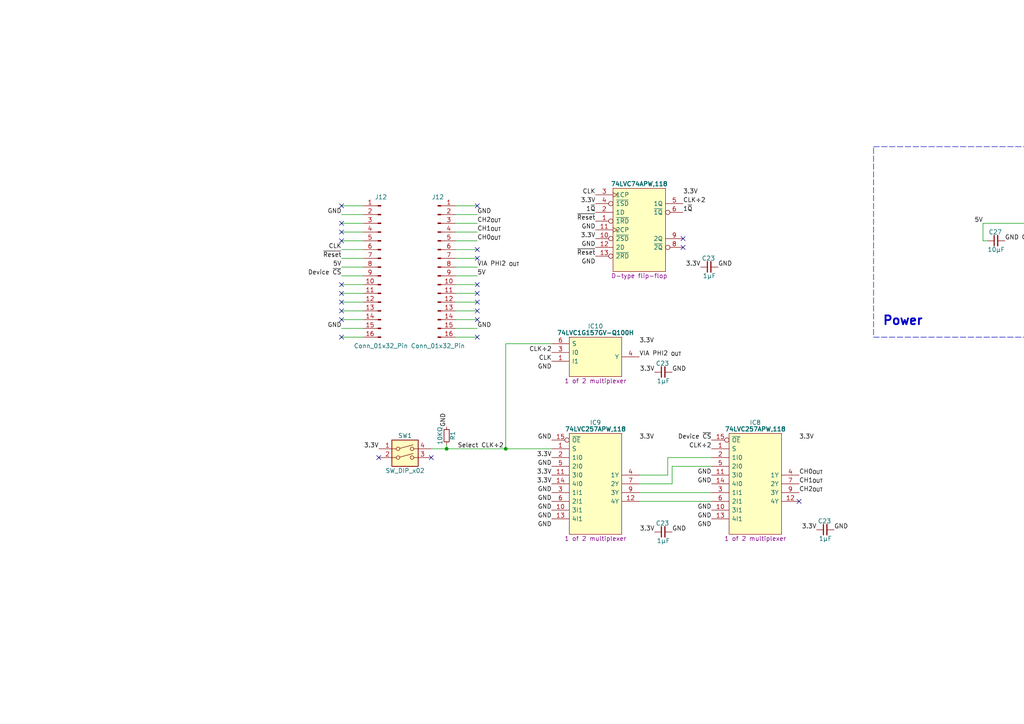
<source format=kicad_sch>
(kicad_sch (version 20230121) (generator eeschema)
  (paper "A4")
  (lib_symbols
    (symbol "C_0805_5" (pin_numbers hide) (pin_names (offset 0.254) hide)
      (property "Reference" "C" (at 2.286 2.54 0))
      (property "Value" "?μF" (at 2.54 -2.54 0))
      (symbol "C_0805_5_0_1"
        (polyline (pts (xy 1.9685 -1.4605) (xy 1.9685 1.5875)) (stroke (width 0.3048)))
        (polyline (pts (xy 2.9845 -1.4605) (xy 2.9845 1.5875)) (stroke (width 0.3302)))
      )
      (symbol "C_0805_5_1_1"
        (pin passive line (at 0 0 0) (length 2.032) (name "~") (number "1"))
        (pin passive line (at 5.08 0 180) (length 2.032) (name "~") (number "2"))
      )
    )
    (symbol "Connector:Conn_01x16_Pin" (pin_names (offset 1.016) hide)
      (property "Reference" "J" (at 0 20.32 0))
      (property "Value" "Conn_01x16_Pin" (at 0 -22.86 0))
      (symbol "Conn_01x16_Pin_1_1"
        (polyline (pts (xy 1.27 -20.32) (xy 0.8636 -20.32)) (stroke (width 0.1524)))
        (polyline (pts (xy 1.27 -17.78) (xy 0.8636 -17.78)) (stroke (width 0.1524)))
        (polyline (pts (xy 1.27 -15.24) (xy 0.8636 -15.24)) (stroke (width 0.1524)))
        (polyline (pts (xy 1.27 -12.7) (xy 0.8636 -12.7)) (stroke (width 0.1524)))
        (polyline (pts (xy 1.27 -10.16) (xy 0.8636 -10.16)) (stroke (width 0.1524)))
        (polyline (pts (xy 1.27 -7.62) (xy 0.8636 -7.62)) (stroke (width 0.1524)))
        (polyline (pts (xy 1.27 -5.08) (xy 0.8636 -5.08)) (stroke (width 0.1524)))
        (polyline (pts (xy 1.27 -2.54) (xy 0.8636 -2.54)) (stroke (width 0.1524)))
        (polyline (pts (xy 1.27 0) (xy 0.8636 0)) (stroke (width 0.1524)))
        (polyline (pts (xy 1.27 2.54) (xy 0.8636 2.54)) (stroke (width 0.1524)))
        (polyline (pts (xy 1.27 5.08) (xy 0.8636 5.08)) (stroke (width 0.1524)))
        (polyline (pts (xy 1.27 7.62) (xy 0.8636 7.62)) (stroke (width 0.1524)))
        (polyline (pts (xy 1.27 10.16) (xy 0.8636 10.16)) (stroke (width 0.1524)))
        (polyline (pts (xy 1.27 12.7) (xy 0.8636 12.7)) (stroke (width 0.1524)))
        (polyline (pts (xy 1.27 15.24) (xy 0.8636 15.24)) (stroke (width 0.1524)))
        (polyline (pts (xy 1.27 17.78) (xy 0.8636 17.78)) (stroke (width 0.1524)))
        (rectangle (start 0.8636 -20.193) (end 0 -20.447) (stroke (width 0.1524)) (fill (type outline)))
        (rectangle (start 0.8636 -17.653) (end 0 -17.907) (stroke (width 0.1524)) (fill (type outline)))
        (rectangle (start 0.8636 -15.113) (end 0 -15.367) (stroke (width 0.1524)) (fill (type outline)))
        (rectangle (start 0.8636 -12.573) (end 0 -12.827) (stroke (width 0.1524)) (fill (type outline)))
        (rectangle (start 0.8636 -10.033) (end 0 -10.287) (stroke (width 0.1524)) (fill (type outline)))
        (rectangle (start 0.8636 -7.493) (end 0 -7.747) (stroke (width 0.1524)) (fill (type outline)))
        (rectangle (start 0.8636 -4.953) (end 0 -5.207) (stroke (width 0.1524)) (fill (type outline)))
        (rectangle (start 0.8636 -2.413) (end 0 -2.667) (stroke (width 0.1524)) (fill (type outline)))
        (rectangle (start 0.8636 0.127) (end 0 -0.127) (stroke (width 0.1524)) (fill (type outline)))
        (rectangle (start 0.8636 2.667) (end 0 2.413) (stroke (width 0.1524)) (fill (type outline)))
        (rectangle (start 0.8636 5.207) (end 0 4.953) (stroke (width 0.1524)) (fill (type outline)))
        (rectangle (start 0.8636 7.747) (end 0 7.493) (stroke (width 0.1524)) (fill (type outline)))
        (rectangle (start 0.8636 10.287) (end 0 10.033) (stroke (width 0.1524)) (fill (type outline)))
        (rectangle (start 0.8636 12.827) (end 0 12.573) (stroke (width 0.1524)) (fill (type outline)))
        (rectangle (start 0.8636 15.367) (end 0 15.113) (stroke (width 0.1524)) (fill (type outline)))
        (rectangle (start 0.8636 17.907) (end 0 17.653) (stroke (width 0.1524)) (fill (type outline)))
        (pin passive line (at 5.08 17.78 180) (length 3.81) (name "Pin_1") (number "1"))
        (pin passive line (at 5.08 -5.08 180) (length 3.81) (name "Pin_10") (number "10"))
        (pin passive line (at 5.08 -7.62 180) (length 3.81) (name "Pin_11") (number "11"))
        (pin passive line (at 5.08 -10.16 180) (length 3.81) (name "Pin_12") (number "12"))
        (pin passive line (at 5.08 -12.7 180) (length 3.81) (name "Pin_13") (number "13"))
        (pin passive line (at 5.08 -15.24 180) (length 3.81) (name "Pin_14") (number "14"))
        (pin passive line (at 5.08 -17.78 180) (length 3.81) (name "Pin_15") (number "15"))
        (pin passive line (at 5.08 -20.32 180) (length 3.81) (name "Pin_16") (number "16"))
        (pin passive line (at 5.08 15.24 180) (length 3.81) (name "Pin_2") (number "2"))
        (pin passive line (at 5.08 12.7 180) (length 3.81) (name "Pin_3") (number "3"))
        (pin passive line (at 5.08 10.16 180) (length 3.81) (name "Pin_4") (number "4"))
        (pin passive line (at 5.08 7.62 180) (length 3.81) (name "Pin_5") (number "5"))
        (pin passive line (at 5.08 5.08 180) (length 3.81) (name "Pin_6") (number "6"))
        (pin passive line (at 5.08 2.54 180) (length 3.81) (name "Pin_7") (number "7"))
        (pin passive line (at 5.08 0 180) (length 3.81) (name "Pin_8") (number "8"))
        (pin passive line (at 5.08 -2.54 180) (length 3.81) (name "Pin_9") (number "9"))
      )
    )
    (symbol "Diodes_Inc:AP7365-33WG-7" (pin_names (offset 0.762))
      (property "Reference" "IC" (at 12.7 5.08 0))
      (property "Value" "AP7365-33WG-7" (at 12.7 3.175 0))
      (property "Description" "3.3V LDO voltage regulator" (at 12.7 -8.255 0))
      (symbol "AP7365-33WG-7_0_0"
        (pin passive line (at 0 0 0) (length 5.08) (name "VIN") (number "1"))
        (pin passive line (at 0 -5.08 0) (length 5.08) (name "GND") (number "2"))
        (pin input line (at 0 -2.54 0) (length 5.08) (name "EN") (number "3"))
        (pin passive line (at 25.4 -5.08 180) (length 5.08) (name "ADJ") (number "4"))
        (pin passive line (at 25.4 0 180) (length 5.08) (name "VOUT") (number "5"))
      )
      (symbol "AP7365-33WG-7_0_1"
        (polyline (pts (xy 5.08 1.905) (xy 20.32 1.905) (xy 20.32 -6.985) (xy 5.08 -6.985) (xy 5.08 1.905)) (fill (type background)))
      )
    )
    (symbol "HCP65:C_0805" (pin_numbers hide) (pin_names (offset 0.254) hide)
      (property "Reference" "C" (at 2.286 2.54 0))
      (property "Value" "?μF" (at 2.54 -2.54 0))
      (symbol "C_0805_0_1"
        (polyline (pts (xy 1.9685 -1.4605) (xy 1.9685 1.5875)) (stroke (width 0.3048)))
        (polyline (pts (xy 2.9845 -1.4605) (xy 2.9845 1.5875)) (stroke (width 0.3302)))
      )
      (symbol "C_0805_1_1"
        (pin passive line (at 0 0 0) (length 2.032) (name "~") (number "1"))
        (pin passive line (at 5.08 0 180) (length 2.032) (name "~") (number "2"))
      )
    )
    (symbol "HCP65:R_0805" (pin_numbers hide) (pin_names hide)
      (property "Reference" "R" (at 2.54 1.778 0))
      (property "Value" "?Ω" (at 2.54 -1.905 0))
      (symbol "R_0805_0_1"
        (rectangle (start 0.762 0.762) (end 4.318 -0.762) (stroke (width 0.2032)))
      )
      (symbol "R_0805_1_1"
        (pin passive line (at 0 0 0) (length 0.72) (name "~") (number "1"))
        (pin passive line (at 5.08 0 180) (length 0.72) (name "~") (number "2"))
      )
    )
    (symbol "Nexperia:74LVC1G157GV-Q100H" (pin_names (offset 0.762))
      (property "Reference" "IC" (at 12.7 5.08 0))
      (property "Value" "74LVC1G157GV-Q100H" (at 12.7 3.175 0))
      (property "Description" "1 of 2 multiplexer" (at 12.7 -10.795 0))
      (symbol "74LVC1G157GV-Q100H_0_0"
        (pin input line (at 0 -5.08 0) (length 5.08) (name "I1") (number "1"))
        (pin passive line (at 0 -7.62 0) (length 5.08) hide (name "GND") (number "2"))
        (pin input line (at 0 -2.54 0) (length 5.08) (name "I0") (number "3"))
        (pin output line (at 25.4 -3.81 180) (length 5.08) (name "Y") (number "4"))
        (pin input line (at 0 0 0) (length 5.08) (name "S") (number "6"))
      )
      (symbol "74LVC1G157GV-Q100H_0_1"
        (polyline (pts (xy 5.08 1.905) (xy 20.32 1.905) (xy 20.32 -9.525) (xy 5.08 -9.525) (xy 5.08 1.905)) (stroke (width 0.1524)) (fill (type background)))
      )
      (symbol "74LVC1G157GV-Q100H_1_0"
        (pin passive line (at 25.4 0 180) (length 5.08) hide (name "3V") (number "5"))
      )
    )
    (symbol "Nexperia:74LVC257APW,118" (pin_names (offset 0.762))
      (property "Reference" "IC" (at 12.7 5.08 0))
      (property "Value" "74LVC257APW,118" (at 12.7 3.175 0))
      (property "Description" "1 of 2 multiplexer" (at 12.7 -28.575 0))
      (symbol "74LVC257APW,118_0_0"
        (pin input line (at 0 -2.54 0) (length 5.08) (name "S") (number "1"))
        (pin input line (at 0 -20.32 0) (length 5.08) (name "3I1") (number "10"))
        (pin input line (at 0 -10.16 0) (length 5.08) (name "3I0") (number "11"))
        (pin output line (at 25.4 -17.78 180) (length 5.08) (name "4Y") (number "12"))
        (pin input line (at 0 -22.86 0) (length 5.08) (name "4I1") (number "13"))
        (pin input line (at 0 -12.7 0) (length 5.08) (name "4I0") (number "14"))
        (pin passive line (at 25.4 0 180) (length 5.08) hide (name "3V") (number "16"))
        (pin input line (at 0 -5.08 0) (length 5.08) (name "1I0") (number "2"))
        (pin input line (at 0 -15.24 0) (length 5.08) (name "1I1") (number "3"))
        (pin output line (at 25.4 -10.16 180) (length 5.08) (name "1Y") (number "4"))
        (pin input line (at 0 -7.62 0) (length 5.08) (name "2I0") (number "5"))
        (pin input line (at 0 -17.78 0) (length 5.08) (name "2I1") (number "6"))
        (pin output line (at 25.4 -12.7 180) (length 5.08) (name "2Y") (number "7"))
        (pin passive line (at 0 -25.4 0) (length 5.08) hide (name "GND") (number "8"))
        (pin output line (at 25.4 -15.24 180) (length 5.08) (name "3Y") (number "9"))
      )
      (symbol "74LVC257APW,118_0_1"
        (polyline (pts (xy 5.08 1.905) (xy 20.32 1.905) (xy 20.32 -27.305) (xy 5.08 -27.305) (xy 5.08 1.905)) (stroke (width 0.1524)) (fill (type background)))
      )
      (symbol "74LVC257APW,118_1_0"
        (pin input inverted (at 0 0 0) (length 5.08) (name "~{OE}") (number "15"))
      )
    )
    (symbol "Nexperia:74LVC74APW,118" (pin_names (offset 0.762))
      (property "Reference" "IC" (at 12.065 5.08 0))
      (property "Value" "74LVC74APW,118" (at 12.7 3.175 0))
      (property "Description" "D-type flip-flop" (at 12.7 -23.495 0))
      (symbol "74LVC74APW,118_0_0"
        (pin input inverted (at 0 -7.62 0) (length 5.08) (name "~{1RD}") (number "1"))
        (pin input inverted (at 0 -12.7 0) (length 5.08) (name "~{2SD}") (number "10"))
        (pin input clock (at 0 -10.16 0) (length 5.08) (name "2CP") (number "11"))
        (pin input line (at 0 -15.24 0) (length 5.08) (name "2D") (number "12"))
        (pin input inverted (at 0 -17.78 0) (length 5.08) (name "~{2RD}") (number "13"))
        (pin passive line (at 25.4 0 180) (length 5.08) hide (name "3V") (number "14"))
        (pin input line (at 0 -5.08 0) (length 5.08) (name "1D") (number "2"))
        (pin input clock (at 0 0 0) (length 5.08) (name "1CP") (number "3"))
        (pin input inverted (at 0 -2.54 0) (length 5.08) (name "~{1SD}") (number "4"))
        (pin output line (at 25.4 -2.54 180) (length 5.08) (name "1Q") (number "5"))
        (pin output inverted (at 25.4 -5.08 180) (length 5.08) (name "~{1Q}") (number "6"))
        (pin passive line (at 0 -20.32 0) (length 5.08) hide (name "GND") (number "7"))
        (pin output inverted (at 25.4 -15.24 180) (length 5.08) (name "~{2Q}") (number "8"))
        (pin output line (at 25.4 -12.7 180) (length 5.08) (name "2Q") (number "9"))
      )
      (symbol "74LVC74APW,118_0_1"
        (polyline (pts (xy 5.08 1.905) (xy 20.32 1.905) (xy 20.32 -22.225) (xy 5.08 -22.225) (xy 5.08 1.905)) (stroke (width 0.1524)) (fill (type background)))
      )
    )
    (symbol "Switch:SW_DIP_x02" (pin_names (offset 0) hide)
      (property "Reference" "SW" (at 0 6.35 0))
      (property "Value" "SW_DIP_x02" (at 0 -3.81 0))
      (symbol "SW_DIP_x02_0_0"
        (circle (center -2.032 0) (radius 0.508))
        (circle (center -2.032 2.54) (radius 0.508))
        (polyline (pts (xy -1.524 0.127) (xy 2.3622 1.1684)))
        (polyline (pts (xy -1.524 2.667) (xy 2.3622 3.7084)))
        (circle (center 2.032 0) (radius 0.508))
        (circle (center 2.032 2.54) (radius 0.508))
      )
      (symbol "SW_DIP_x02_0_1"
        (rectangle (start -3.81 5.08) (end 3.81 -2.54) (stroke (width 0.254)) (fill (type background)))
      )
      (symbol "SW_DIP_x02_1_1"
        (pin passive line (at -7.62 2.54 0) (length 5.08) (name "~") (number "1"))
        (pin passive line (at -7.62 0 0) (length 5.08) (name "~") (number "2"))
        (pin passive line (at 7.62 0 180) (length 5.08) (name "~") (number "3"))
        (pin passive line (at 7.62 2.54 180) (length 5.08) (name "~") (number "4"))
      )
    )
  )
  (junction (at 129.54 130.175))
  (junction (at 146.685 130.175))
  (junction (at 300.355 64.77))
  (junction (at 329.565 64.77))
  (no_connect (at 138.43 82.55))
  (no_connect (at 109.855 132.715))
  (no_connect (at 99.06 97.79))
  (no_connect (at 325.755 69.85))
  (no_connect (at 198.12 71.755))
  (no_connect (at 125.095 132.715))
  (no_connect (at 231.775 145.415))
  (no_connect (at 138.43 90.17))
  (no_connect (at 138.43 59.69))
  (no_connect (at 138.43 92.71))
  (no_connect (at 99.06 69.85))
  (no_connect (at 138.43 74.93))
  (no_connect (at 138.43 97.79))
  (no_connect (at 198.12 69.215))
  (no_connect (at 99.06 90.17))
  (no_connect (at 99.06 59.69))
  (no_connect (at 99.06 64.77))
  (no_connect (at 138.43 85.09))
  (no_connect (at 138.43 72.39))
  (no_connect (at 99.06 92.71))
  (no_connect (at 99.06 82.55))
  (no_connect (at 138.43 87.63))
  (no_connect (at 99.06 85.09))
  (no_connect (at 99.06 87.63))
  (no_connect (at 99.06 67.31))
  (wire (pts (xy 132.08 62.23) (xy 138.43 62.23)))
  (wire (pts (xy 105.41 77.47) (xy 99.06 77.47)))
  (wire (pts (xy 146.685 99.695) (xy 146.685 130.175)))
  (wire (pts (xy 105.41 69.85) (xy 99.06 69.85)))
  (wire (pts (xy 105.41 82.55) (xy 99.06 82.55)))
  (wire (pts (xy 125.095 130.175) (xy 129.54 130.175)))
  (wire (pts (xy 105.41 72.39) (xy 99.06 72.39)))
  (wire (pts (xy 194.945 135.255) (xy 194.945 140.335)))
  (wire (pts (xy 132.08 95.25) (xy 138.43 95.25)))
  (wire (pts (xy 285.115 69.85) (xy 286.385 69.85)))
  (wire (pts (xy 193.675 137.795) (xy 185.42 137.795)))
  (wire (pts (xy 132.08 77.47) (xy 138.43 77.47)))
  (wire (pts (xy 105.41 62.23) (xy 99.06 62.23)))
  (wire (pts (xy 105.41 64.77) (xy 99.06 64.77)))
  (wire (pts (xy 105.41 85.09) (xy 99.06 85.09)))
  (wire (pts (xy 132.08 80.01) (xy 138.43 80.01)))
  (wire (pts (xy 146.685 130.175) (xy 160.02 130.175)))
  (wire (pts (xy 132.08 85.09) (xy 138.43 85.09)))
  (wire (pts (xy 325.755 64.77) (xy 329.565 64.77)))
  (wire (pts (xy 285.115 64.77) (xy 285.115 69.85)))
  (wire (pts (xy 300.355 64.77) (xy 300.355 67.31)))
  (wire (pts (xy 105.41 90.17) (xy 99.06 90.17)))
  (wire (pts (xy 132.08 74.93) (xy 138.43 74.93)))
  (wire (pts (xy 132.08 87.63) (xy 138.43 87.63)))
  (wire (pts (xy 206.375 132.715) (xy 193.675 132.715)))
  (wire (pts (xy 185.42 142.875) (xy 206.375 142.875)))
  (wire (pts (xy 105.41 74.93) (xy 99.06 74.93)))
  (wire (pts (xy 132.08 97.79) (xy 138.43 97.79)))
  (wire (pts (xy 132.08 67.31) (xy 138.43 67.31)))
  (wire (pts (xy 132.08 72.39) (xy 138.43 72.39)))
  (wire (pts (xy 160.02 99.695) (xy 146.685 99.695)))
  (wire (pts (xy 285.115 64.77) (xy 300.355 64.77)))
  (wire (pts (xy 132.08 92.71) (xy 138.43 92.71)))
  (wire (pts (xy 105.41 80.01) (xy 99.06 80.01)))
  (wire (pts (xy 132.08 90.17) (xy 138.43 90.17)))
  (wire (pts (xy 193.675 132.715) (xy 193.675 137.795)))
  (wire (pts (xy 105.41 59.69) (xy 99.06 59.69)))
  (wire (pts (xy 206.375 135.255) (xy 194.945 135.255)))
  (wire (pts (xy 105.41 67.31) (xy 99.06 67.31)))
  (wire (pts (xy 132.08 69.85) (xy 138.43 69.85)))
  (wire (pts (xy 129.54 128.905) (xy 129.54 130.175)))
  (wire (pts (xy 132.08 82.55) (xy 138.43 82.55)))
  (wire (pts (xy 132.08 64.77) (xy 138.43 64.77)))
  (wire (pts (xy 185.42 145.415) (xy 206.375 145.415)))
  (wire (pts (xy 329.565 64.77) (xy 334.645 64.77)))
  (wire (pts (xy 194.945 140.335) (xy 185.42 140.335)))
  (wire (pts (xy 105.41 87.63) (xy 99.06 87.63)))
  (wire (pts (xy 105.41 92.71) (xy 99.06 92.71)))
  (wire (pts (xy 129.54 130.175) (xy 146.685 130.175)))
  (wire (pts (xy 329.565 69.85) (xy 329.565 64.77)))
  (wire (pts (xy 105.41 97.79) (xy 99.06 97.79)))
  (wire (pts (xy 132.08 59.69) (xy 138.43 59.69)))
  (wire (pts (xy 105.41 95.25) (xy 99.06 95.25)))
  (rectangle (start 253.365 42.545) (end 368.3 97.79) (stroke (width 0) (type dash)))
  (text "Power" (at 255.905 94.615 0) (effects (font (size 2.54 2.54) (thickness 0.508) bold) (justify left bottom)))
  (label "GND" (at 160.02 150.495 180))
  (label "GND" (at 160.02 145.415 180))
  (label "GND" (at 160.02 142.875 180))
  (label "3.3V" (at 203.2 77.47 180))
  (label "3.3V" (at 185.42 127.635 0))
  (label "GND" (at 129.54 123.825 90))
  (label "GND" (at 206.375 150.495 180))
  (label "1~{Q}" (at 198.12 61.595 0))
  (label "GND" (at 160.02 127.635 180))
  (label "GND" (at 206.375 140.335 180))
  (label "GND" (at 194.945 154.305 0))
  (label "GND" (at 160.02 153.035 180))
  (label "CLK" (at 172.72 56.515 180))
  (label "GND" (at 160.02 147.955 180))
  (label "GND" (at 172.72 66.675 180))
  (label "3.3V" (at 236.855 153.67 180))
  (label "3.3V" (at 231.775 127.635 0))
  (label "3.3V" (at 172.72 59.055 180))
  (label "3.3V" (at 172.72 69.215 180))
  (label "GND" (at 206.375 147.955 180))
  (label "3.3V" (at 334.645 64.77 0))
  (label "Device ~{CS}" (at 206.375 127.635 180))
  (label "VIA PHI2 _{OUT}" (at 138.43 77.47 0))
  (label "CH2_{OUT}" (at 138.43 64.77 0))
  (label "GND" (at 208.28 77.47 0))
  (label "GND" (at 241.935 153.67 0))
  (label "GND" (at 194.945 107.95 0))
  (label "5V" (at 99.06 77.47 180))
  (label "GND" (at 206.375 153.035 180))
  (label "GND" (at 99.06 62.23 180))
  (label "5V" (at 285.115 64.77 180))
  (label "GND" (at 300.355 69.85 180))
  (label "CH1_{OUT}" (at 231.775 140.335 0))
  (label "GND" (at 160.02 135.255 180))
  (label "Select CLK÷2" (at 132.715 130.175 0))
  (label "GND" (at 172.72 71.755 180))
  (label "Device ~{CS}" (at 99.06 80.01 180))
  (label "3.3V" (at 189.865 107.95 180))
  (label "~{Reset}" (at 99.06 74.93 180))
  (label "3.3V" (at 189.865 154.305 180))
  (label "CLK÷2" (at 198.12 59.055 0))
  (label "~{Reset}" (at 172.72 74.295 180))
  (label "GND" (at 160.02 107.315 180))
  (label "VIA PHI2 _{OUT}" (at 185.42 103.505 0))
  (label "3.3V" (at 109.855 130.175 180))
  (label "GND" (at 138.43 62.23 0))
  (label "CLK÷2" (at 206.375 130.175 180))
  (label "CH0_{OUT}" (at 138.43 69.85 0))
  (label "~{Reset}" (at 172.72 64.135 180))
  (label "5V" (at 138.43 80.01 0))
  (label "1~{Q}" (at 172.72 61.595 180))
  (label "GND" (at 291.465 69.85 0))
  (label "3.3V" (at 198.12 56.515 0))
  (label "CLK" (at 160.02 104.775 180))
  (label "3.3V" (at 185.42 99.695 0))
  (label "CH1_{OUT}" (at 138.43 67.31 0))
  (label "GND" (at 334.645 69.85 0))
  (label "GND" (at 138.43 95.25 0))
  (label "CH2_{OUT}" (at 231.775 142.875 0))
  (label "CLK" (at 99.06 72.39 180))
  (label "CLK÷2" (at 160.02 102.235 180))
  (label "GND" (at 172.72 76.835 180))
  (label "3.3V" (at 160.02 132.715 180))
  (label "3.3V" (at 160.02 137.795 180))
  (label "GND" (at 206.375 137.795 180))
  (label "GND" (at 99.06 95.25 180))
  (label "3.3V" (at 160.02 140.335 180))
  (label "CH0_{OUT}" (at 231.775 137.795 0))
  (symbol (lib_id "HCP65:C_0805") (at 189.865 154.305 0) (unit 1)
    (property "Reference" "C23" (at 192.151 151.765 0))
    (property "Value" "1μF" (at 192.405 156.845 0))
    (property "Footprint" "SamacSys_Parts:C_0805" (effects hide))
    (instances (project "Pico Sound" (path "" (reference "C23") (unit 1))) (project "VIA Device" (path "" (reference "C12") (unit 1))) (project "MPU Breakout" (path "" (reference "C1") (unit 1)) (path "" (reference "C19") (unit 1)) (path "" (reference "C47") (unit 1))))
  )
  (symbol (lib_id "Nexperia:74LVC257APW,118") (at 160.02 127.635 0) (unit 1)
    (property "Reference" "IC9" (at 172.72 122.555 0))
    (property "Value" "74LVC257APW,118" (at 172.72 124.46 0) (effects (font bold)))
    (property "Footprint" "SOP65P640X110-16N" (effects hide))
    (property "Description" "1 of 2 multiplexer" (at 172.72 156.21 0))
    (property "Height" "1.1" (effects hide))
    (property "Mouser Part Number" "771-74LVC257APW-T" (effects hide))
    (property "Manufacturer_Name" "Nexperia" (effects hide))
    (property "Manufacturer_Part_Number" "74LVC257APW,118" (effects hide))
    (property "Silkscreen" "74LVC257" (effects hide))
  )
  (symbol (lib_id "Switch:SW_DIP_x02") (at 117.475 132.715 0) (unit 1)
    (property "Reference" "SW1" (at 117.475 126.365 0))
    (property "Value" "SW_DIP_x02" (at 117.475 136.525 0))
    (property "Footprint" "Button_Switch_SMD:SW_DIP_SPSTx02_Slide_KingTek_DSHP02TJ_W5.25mm_P1.27mm_JPin" (effects hide))
    (instances (project "VIA Device" (path "" (reference "SW1") (unit 1))) (project "MPU Breakout" (path "" (reference "SW2") (unit 1))))
  )
  (symbol (lib_id "Connector:Conn_01x16_Pin") (at 110.49 77.47 0) (mirror y) (unit 1)
    (property "Reference" "J12" (at 110.49 57.15 0))
    (property "Value" "Conn_01x32_Pin" (at 110.49 100.33 0))
    (property "Footprint" "Connector_PinHeader_2.54mm:PinHeader_1x16_P2.54mm_Vertical" (effects hide))
    (instances (project "MPU Signals" (path "" (reference "J12") (unit 1))) (project "VIA Device" (path "" (reference "J3") (unit 1))) (project "MPU Breakout" (path "" (reference "J3") (unit 1)) (path "" (reference "J3") (unit 1))))
  )
  (symbol (lib_id "HCP65:C_0805") (at 203.2 77.47 0) (unit 1)
    (property "Reference" "C23" (at 205.486 74.93 0))
    (property "Value" "1μF" (at 205.74 80.01 0))
    (property "Footprint" "SamacSys_Parts:C_0805" (effects hide))
    (instances (project "Pico Sound" (path "" (reference "C23") (unit 1))) (project "VIA Device" (path "" (reference "C10") (unit 1))) (project "MPU Breakout" (path "" (reference "C1") (unit 1)) (path "" (reference "C19") (unit 1)) (path "" (reference "C47") (unit 1))))
  )
  (symbol (lib_id "Nexperia:74LVC1G157GV-Q100H") (at 160.02 99.695 0) (unit 1)
    (property "Reference" "IC10" (at 172.72 94.615 0))
    (property "Value" "74LVC1G157GV-Q100H" (at 172.72 96.52 0) (effects (font bold)))
    (property "Footprint" "SOT95P275X110-6N" (effects hide))
    (property "Datasheet" "https://assets.nexperia.com/documents/data-sheet/74LVC1G157_Q100.pdf" (effects hide))
    (property "Description" "1 of 2 multiplexer" (at 172.72 110.49 0))
    (property "Height" "1.1" (effects hide))
    (property "Manufacturer_Name" "Nexperia" (effects hide))
    (property "Manufacturer_Part_Number" "74LVC1G157GV-Q100H" (effects hide))
    (property "Mouser Part Number" "771-74LVC1G157GVQ100" (effects hide))
    (property "Mouser Price/Stock" "https://www.mouser.co.uk/ProductDetail/Nexperia/74LVC1G157GV-Q100H?qs=5XOdhvmYM0Nhlh6GR9ENlQ%3D%3D" (effects hide))
    (property "Silkscreen" "'1G157" (effects hide))
  )
  (symbol (lib_id "Diodes_Inc:AP7365-33WG-7") (at 300.355 64.77 0) (unit 1)
    (property "Reference" "IC2" (at 313.055 59.69 0))
    (property "Value" "AP7365-33WG-7" (at 313.055 61.595 0) (effects (font bold)))
    (property "Footprint" "SOT95P285X130-5N" (effects hide))
    (property "Datasheet" "https://componentsearchengine.com/Datasheets/1/AP7365-33WG-7.pdf" (effects hide))
    (property "Description" "3.3V LDO voltage regulator" (at 313.055 73.025 0))
    (property "Height" "1.3" (effects hide))
    (property "Manufacturer_Name" "Diodes Inc." (effects hide))
    (property "Manufacturer_Part_Number" "AP7365-33WG-7" (effects hide))
    (property "Mouser Part Number" "621-AP7365-33WG-7" (effects hide))
    (property "Mouser Price/Stock" "https://www.mouser.co.uk/ProductDetail/Diodes-Incorporated/AP7365-33WG-7?qs=abZ1nkZpTuOZFvxvoFPL0w%3D%3D" (effects hide))
    (property "Arrow Part Number" "AP7365-33WG-7" (effects hide))
    (property "Arrow Price/Stock" "https://www.arrow.com/en/products/ap7365-33wg-7/diodes-incorporated?region=nac" (effects hide))
    (property "Silkscreen" "AP7365" (effects hide))
    (instances (project "Pico Sound" (path "" (reference "IC2") (unit 1))) (project "VIA Device" (path "" (reference "IC5") (unit 1))) (project "MPU Breakout" (path "" (reference "IC7") (unit 1)) (path "" (reference "IC36") (unit 1)) (path "" (reference "IC41") (unit 1))))
  )
  (symbol (lib_id "Nexperia:74LVC257APW,118") (at 206.375 127.635 0) (unit 1)
    (property "Reference" "IC8" (at 219.075 122.555 0))
    (property "Value" "74LVC257APW,118" (at 219.075 124.46 0) (effects (font bold)))
    (property "Footprint" "SOP65P640X110-16N" (effects hide))
    (property "Description" "1 of 2 multiplexer" (at 219.075 156.21 0))
    (property "Height" "1.1" (effects hide))
    (property "Mouser Part Number" "771-74LVC257APW-T" (effects hide))
    (property "Manufacturer_Name" "Nexperia" (effects hide))
    (property "Manufacturer_Part_Number" "74LVC257APW,118" (effects hide))
    (property "Silkscreen" "74LVC257" (effects hide))
  )
  (symbol (lib_id "HCP65:C_0805") (at 189.865 107.95 0) (unit 1)
    (property "Reference" "C23" (at 192.151 105.41 0))
    (property "Value" "1μF" (at 192.405 110.49 0))
    (property "Footprint" "SamacSys_Parts:C_0805" (effects hide))
    (instances (project "Pico Sound" (path "" (reference "C23") (unit 1))) (project "VIA Device" (path "" (reference "C11") (unit 1))) (project "MPU Breakout" (path "" (reference "C1") (unit 1)) (path "" (reference "C19") (unit 1)) (path "" (reference "C47") (unit 1))))
  )
  (symbol (lib_id "Connector:Conn_01x16_Pin") (at 127 77.47 0) (unit 1)
    (property "Reference" "J12" (at 127 57.15 0))
    (property "Value" "Conn_01x32_Pin" (at 127 100.33 0))
    (property "Footprint" "Connector_PinHeader_2.54mm:PinHeader_1x16_P2.54mm_Vertical" (effects hide))
    (instances (project "MPU Signals" (path "" (reference "J12") (unit 1))) (project "VIA Device" (path "" (reference "J4") (unit 1))) (project "MPU Breakout" (path "" (reference "J4") (unit 1)) (path "" (reference "J4") (unit 1))))
  )
  (symbol (lib_name "C_0805_5") (lib_id "HCP65:C_0805") (at 286.385 69.85 0) (unit 1)
    (property "Reference" "C27" (at 288.671 67.31 0))
    (property "Value" "10μF" (at 288.925 72.39 0))
    (property "Footprint" "SamacSys_Parts:C_0805" (effects hide))
    (instances (project "Pico Sound" (path "" (reference "C27") (unit 1))) (project "VIA Device" (path "" (reference "C7") (unit 1))) (project "MPU Breakout" (path "" (reference "C7") (unit 1)) (path "" (reference "C41") (unit 1)) (path "" (reference "C43") (unit 1))))
  )
  (symbol (lib_id "Nexperia:74LVC74APW,118") (at 172.72 56.515 0) (unit 1)
    (property "Reference" "IC7" (effects hide))
    (property "Value" "74LVC74APW,118" (at 185.42 53.34 0) (effects (font bold)))
    (property "Footprint" "SOP65P640X110-14N" (effects hide))
    (property "Datasheet" "https://assets.nexperia.com/documents/data-sheet/74LVC74A.pdf" (effects hide))
    (property "Description" "D-type flip-flop" (at 185.42 80.01 0))
    (property "Height" "1.1" (effects hide))
    (property "Mouser Part Number" "771-74LVC74APW-T" (effects hide))
    (property "Mouser Price/Stock" "https://www.mouser.co.uk/ProductDetail/Nexperia/74LVC74APW118?qs=me8TqzrmIYVtXwVfet0lzw%3D%3D" (effects hide))
    (property "Manufacturer_Name" "Nexperia" (effects hide))
    (property "Manufacturer_Part_Number" "74LVC74APW,118" (effects hide))
    (property "Silkscreen" "74LVC74" (effects hide))
    (instances (project "VIA Device" (path "" (reference "IC7") (unit 1))) (project "MPU Breakout" (path "" (reference "IC7") (unit 1)) (path "" (reference "IC31") (unit 1))))
  )
  (symbol (lib_id "HCP65:C_0805") (at 236.855 153.67 0) (unit 1)
    (property "Reference" "C23" (at 239.141 151.13 0))
    (property "Value" "1μF" (at 239.395 156.21 0))
    (property "Footprint" "SamacSys_Parts:C_0805" (effects hide))
    (instances (project "Pico Sound" (path "" (reference "C23") (unit 1))) (project "VIA Device" (path "" (reference "C9") (unit 1))) (project "MPU Breakout" (path "" (reference "C1") (unit 1)) (path "" (reference "C19") (unit 1)) (path "" (reference "C47") (unit 1))))
  )
  (symbol (lib_id "HCP65:R_0805") (at 129.54 123.825 270) (unit 1)
    (property "Reference" "R1" (at 131.318 126.365 0))
    (property "Value" "10KΩ" (at 127.635 126.365 0))
    (property "Footprint" "SamacSys_Parts:R_0805" (effects hide))
    (instances (project "VIA Device" (path "" (reference "R1") (unit 1))) (project "MPU Breakout" (path "" (reference "R2") (unit 1))))
  )
  (symbol (lib_name "C_0805_5") (lib_id "HCP65:C_0805") (at 329.565 69.85 0) (unit 1)
    (property "Reference" "C27" (at 331.851 67.31 0))
    (property "Value" "10μF" (at 332.105 72.39 0))
    (property "Footprint" "SamacSys_Parts:C_0805" (effects hide))
    (instances (project "Pico Sound" (path "" (reference "C27") (unit 1))) (project "VIA Device" (path "" (reference "C8") (unit 1))) (project "MPU Breakout" (path "" (reference "C7") (unit 1)) (path "" (reference "C42") (unit 1)) (path "" (reference "C44") (unit 1))))
  )
)
</source>
